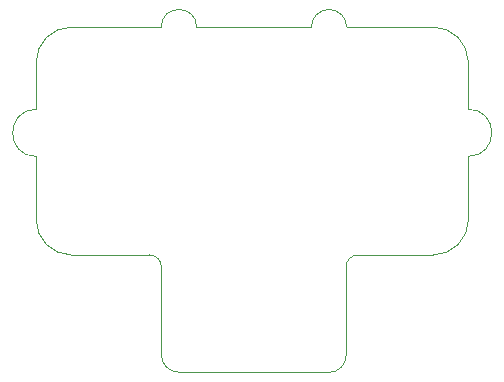
<source format=gbr>
%TF.GenerationSoftware,KiCad,Pcbnew,(6.0.1)*%
%TF.CreationDate,2022-05-20T14:02:09-07:00*%
%TF.ProjectId,ratt-rounded,72617474-2d72-46f7-956e-6465642e6b69,rev?*%
%TF.SameCoordinates,Original*%
%TF.FileFunction,Profile,NP*%
%FSLAX46Y46*%
G04 Gerber Fmt 4.6, Leading zero omitted, Abs format (unit mm)*
G04 Created by KiCad (PCBNEW (6.0.1)) date 2022-05-20 14:02:09*
%MOMM*%
%LPD*%
G01*
G04 APERTURE LIST*
%TA.AperFunction,Profile*%
%ADD10C,0.100000*%
%TD*%
G04 APERTURE END LIST*
D10*
X50900000Y-43701666D02*
G75*
G03*
X53901666Y-40700000I-1J3001667D01*
G01*
X44550000Y-43695013D02*
X50900000Y-43701666D01*
X42110000Y-53630137D02*
X29400000Y-53630137D01*
X27904987Y-44700000D02*
X27899867Y-52130000D01*
X30890000Y-24410000D02*
G75*
G03*
X27890000Y-24410000I-1500000J0D01*
G01*
X53901666Y-40700000D02*
X53880000Y-35350000D01*
X42110000Y-53630137D02*
G75*
G03*
X43560137Y-52180000I1J1450136D01*
G01*
X43560137Y-52180000D02*
X43545013Y-44700000D01*
X27904987Y-44700000D02*
G75*
G03*
X26900000Y-43695013I-1004987J0D01*
G01*
X53901666Y-27400000D02*
G75*
G03*
X50900000Y-24398334I-3001667J-1D01*
G01*
X50900000Y-24398334D02*
X43600133Y-24410000D01*
X44550000Y-43695013D02*
G75*
G03*
X43545013Y-44700000I0J-1004987D01*
G01*
X20300000Y-24398334D02*
G75*
G03*
X17298334Y-27400000I1J-3001667D01*
G01*
X27899867Y-52130000D02*
G75*
G03*
X29400000Y-53630133I1500134J1D01*
G01*
X27890000Y-24410000D02*
X20300000Y-24398334D01*
X20300000Y-43700000D02*
X26900000Y-43695013D01*
X53880000Y-31350000D02*
X53901666Y-27400000D01*
X40599867Y-24430000D02*
X30890000Y-24410000D01*
X53880000Y-35350000D02*
G75*
G03*
X53880000Y-31350000I0J2000000D01*
G01*
X17310000Y-35360099D02*
X17300000Y-40700000D01*
X17300000Y-40700000D02*
G75*
G03*
X20300000Y-43700000I3000001J1D01*
G01*
X43600132Y-24410000D02*
G75*
G03*
X40599867Y-24430000I-1500199J0D01*
G01*
X17310000Y-31359901D02*
G75*
G03*
X17310000Y-35360099I0J-2000099D01*
G01*
X17310000Y-31359901D02*
X17298334Y-27400000D01*
M02*

</source>
